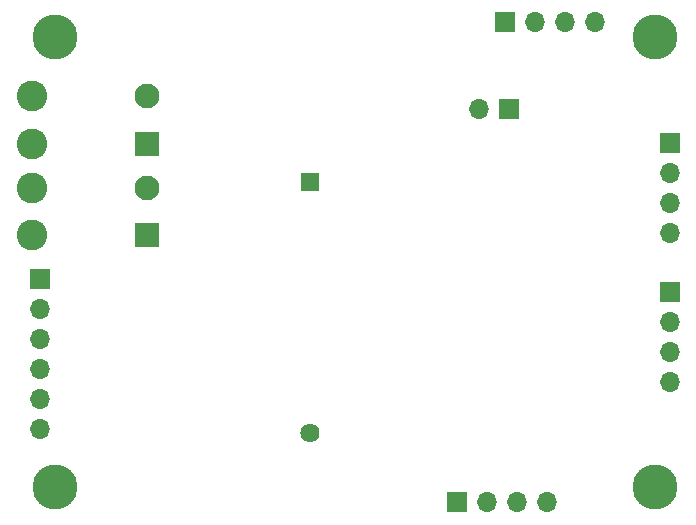
<source format=gbr>
G04 #@! TF.GenerationSoftware,KiCad,Pcbnew,8.0.1-rc1*
G04 #@! TF.CreationDate,2024-03-28T09:47:17-05:00*
G04 #@! TF.ProjectId,motor_control,6d6f746f-725f-4636-9f6e-74726f6c2e6b,1.0*
G04 #@! TF.SameCoordinates,Original*
G04 #@! TF.FileFunction,Soldermask,Bot*
G04 #@! TF.FilePolarity,Negative*
%FSLAX46Y46*%
G04 Gerber Fmt 4.6, Leading zero omitted, Abs format (unit mm)*
G04 Created by KiCad (PCBNEW 8.0.1-rc1) date 2024-03-28 09:47:17*
%MOMM*%
%LPD*%
G01*
G04 APERTURE LIST*
G04 Aperture macros list*
%AMRoundRect*
0 Rectangle with rounded corners*
0 $1 Rounding radius*
0 $2 $3 $4 $5 $6 $7 $8 $9 X,Y pos of 4 corners*
0 Add a 4 corners polygon primitive as box body*
4,1,4,$2,$3,$4,$5,$6,$7,$8,$9,$2,$3,0*
0 Add four circle primitives for the rounded corners*
1,1,$1+$1,$2,$3*
1,1,$1+$1,$4,$5*
1,1,$1+$1,$6,$7*
1,1,$1+$1,$8,$9*
0 Add four rect primitives between the rounded corners*
20,1,$1+$1,$2,$3,$4,$5,0*
20,1,$1+$1,$4,$5,$6,$7,0*
20,1,$1+$1,$6,$7,$8,$9,0*
20,1,$1+$1,$8,$9,$2,$3,0*%
G04 Aperture macros list end*
%ADD10C,3.810000*%
%ADD11R,1.700000X1.700000*%
%ADD12O,1.700000X1.700000*%
%ADD13C,2.600000*%
%ADD14RoundRect,0.249900X-0.800100X0.800100X-0.800100X-0.800100X0.800100X-0.800100X0.800100X0.800100X0*%
%ADD15C,2.100000*%
%ADD16R,1.625600X1.625600*%
%ADD17C,1.625600*%
G04 APERTURE END LIST*
D10*
X168910000Y-118110000D03*
X118110000Y-118110000D03*
X168910000Y-80010000D03*
X118110000Y-80010000D03*
D11*
X170180000Y-101600000D03*
D12*
X170180000Y-104140000D03*
X170180000Y-106680000D03*
X170180000Y-109220000D03*
D11*
X152146000Y-119380000D03*
D12*
X154686000Y-119380000D03*
X157226000Y-119380000D03*
X159766000Y-119380000D03*
D11*
X156220000Y-78740000D03*
D12*
X158760000Y-78740000D03*
X161300000Y-78740000D03*
X163840000Y-78740000D03*
D13*
X116179000Y-84977000D03*
X116179000Y-89013000D03*
D14*
X125879000Y-89013000D03*
D15*
X125879000Y-84977000D03*
D11*
X170180000Y-88910000D03*
D12*
X170180000Y-91450000D03*
X170180000Y-93990000D03*
X170180000Y-96530000D03*
D13*
X116179000Y-92724000D03*
X116179000Y-96760000D03*
D14*
X125879000Y-96760000D03*
D15*
X125879000Y-92724000D03*
D11*
X116840000Y-100457000D03*
D12*
X116840000Y-102997000D03*
X116840000Y-105537000D03*
X116840000Y-108077000D03*
X116840000Y-110617000D03*
X116840000Y-113157000D03*
D16*
X139700000Y-92278200D03*
D17*
X139700000Y-113461800D03*
D11*
X156596000Y-86106000D03*
D12*
X154056000Y-86106000D03*
M02*

</source>
